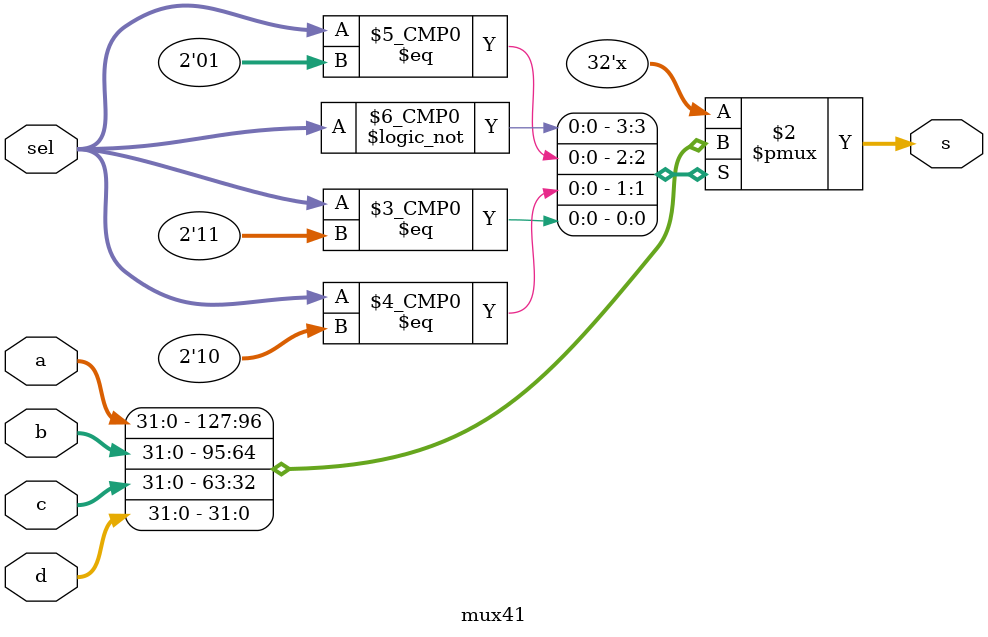
<source format=sv>
/*******************************************************************************
 * module name : mux41
 * version     : 1.0
 * description : the module is a multiplexer with 4 inputs and 1 output.
 *      parameter(s):
 *        - WIDTH : width of data input in bits
 *      input(s):
 *        - a   : first input
 *        - b   : second input
 *        - c   : third input
 *        - d   : fourth input
 *        - sel : select bits
 *      output(s):
 *        - s : multiplexer output
 ******************************************************************************/

module mux41 #(parameter WIDTH = 32)(
    input  logic [1:0]       sel,
    input  logic [WIDTH-1:0] a,
    input  logic [WIDTH-1:0] b,
    input  logic [WIDTH-1:0] c,
    input  logic [WIDTH-1:0] d,
    output logic [WIDTH-1:0] s );

    always_comb begin
        unique case(sel)
            2'b00 : s = a;
            2'b01 : s = b;
            2'b10 : s = c;
            2'b11 : s = d;
        endcase
    end

endmodule : mux41
</source>
